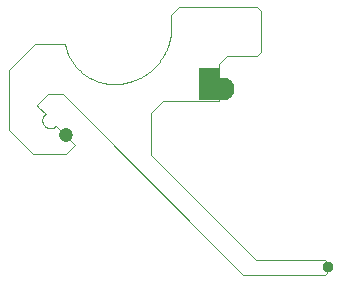
<source format=gbl>
G75*
%MOIN*%
%OFA0B0*%
%FSLAX25Y25*%
%IPPOS*%
%LPD*%
%AMOC8*
5,1,8,0,0,1.08239X$1,22.5*
%
%ADD10C,0.00394*%
%ADD11R,0.06800X0.10971*%
%ADD12C,0.04750*%
%ADD13C,0.03765*%
%ADD14C,0.07677*%
D10*
X0048730Y0042373D02*
X0048730Y0056535D01*
X0052719Y0060524D01*
X0071330Y0060524D01*
X0071330Y0072894D01*
X0073849Y0075413D01*
X0084033Y0075413D01*
X0085434Y0076814D01*
X0085434Y0090366D01*
X0083924Y0091875D01*
X0058038Y0091875D01*
X0055413Y0089250D01*
X0055413Y0085245D01*
X0055412Y0085245D02*
X0055406Y0084782D01*
X0055390Y0084320D01*
X0055362Y0083858D01*
X0055323Y0083397D01*
X0055272Y0082937D01*
X0055211Y0082478D01*
X0055139Y0082021D01*
X0055055Y0081566D01*
X0054961Y0081113D01*
X0054856Y0080662D01*
X0054739Y0080214D01*
X0054612Y0079769D01*
X0054475Y0079328D01*
X0054326Y0078889D01*
X0054168Y0078455D01*
X0053998Y0078024D01*
X0053819Y0077598D01*
X0053629Y0077176D01*
X0053429Y0076758D01*
X0053219Y0076346D01*
X0052999Y0075939D01*
X0052769Y0075537D01*
X0052529Y0075141D01*
X0052281Y0074751D01*
X0052022Y0074367D01*
X0051755Y0073990D01*
X0051478Y0073618D01*
X0051193Y0073254D01*
X0050899Y0072897D01*
X0050596Y0072547D01*
X0050285Y0072204D01*
X0049966Y0071869D01*
X0049639Y0071542D01*
X0049304Y0071223D01*
X0048961Y0070912D01*
X0048611Y0070609D01*
X0048254Y0070315D01*
X0047890Y0070030D01*
X0047518Y0069753D01*
X0047141Y0069486D01*
X0046757Y0069227D01*
X0046367Y0068979D01*
X0045971Y0068739D01*
X0045569Y0068509D01*
X0045162Y0068289D01*
X0044750Y0068079D01*
X0044332Y0067879D01*
X0043910Y0067689D01*
X0043484Y0067510D01*
X0043053Y0067340D01*
X0042619Y0067182D01*
X0042180Y0067033D01*
X0041739Y0066896D01*
X0041294Y0066769D01*
X0040846Y0066652D01*
X0040395Y0066547D01*
X0039942Y0066453D01*
X0039487Y0066369D01*
X0039030Y0066297D01*
X0038571Y0066236D01*
X0038111Y0066185D01*
X0037650Y0066146D01*
X0037188Y0066118D01*
X0036726Y0066102D01*
X0036263Y0066096D01*
X0019274Y0062773D02*
X0079357Y0002592D01*
X0106754Y0002592D01*
X0107296Y0003134D01*
X0107296Y0006955D01*
X0106627Y0007624D01*
X0083458Y0007624D01*
X0048730Y0042373D01*
X0023396Y0045941D02*
X0017015Y0052281D01*
X0017014Y0052281D02*
X0016947Y0052207D01*
X0016877Y0052135D01*
X0016805Y0052066D01*
X0016730Y0052000D01*
X0016652Y0051937D01*
X0016572Y0051877D01*
X0016489Y0051820D01*
X0016405Y0051766D01*
X0016319Y0051716D01*
X0016230Y0051668D01*
X0016140Y0051625D01*
X0016049Y0051584D01*
X0015956Y0051548D01*
X0015861Y0051514D01*
X0015766Y0051485D01*
X0015669Y0051459D01*
X0015571Y0051437D01*
X0015473Y0051419D01*
X0015374Y0051404D01*
X0015274Y0051393D01*
X0015174Y0051386D01*
X0015074Y0051383D01*
X0014974Y0051384D01*
X0014874Y0051388D01*
X0014774Y0051397D01*
X0014675Y0051409D01*
X0014576Y0051425D01*
X0014478Y0051445D01*
X0014381Y0051468D01*
X0014284Y0051496D01*
X0014189Y0051526D01*
X0014095Y0051561D01*
X0014003Y0051599D01*
X0013912Y0051641D01*
X0013822Y0051686D01*
X0013735Y0051734D01*
X0013649Y0051786D01*
X0013565Y0051841D01*
X0013484Y0051899D01*
X0013405Y0051960D01*
X0013328Y0052025D01*
X0012921Y0052445D01*
X0012814Y0052597D01*
X0012760Y0052680D01*
X0012708Y0052766D01*
X0012661Y0052853D01*
X0012616Y0052943D01*
X0012576Y0053034D01*
X0012539Y0053126D01*
X0012505Y0053220D01*
X0012475Y0053315D01*
X0012449Y0053411D01*
X0012427Y0053508D01*
X0012409Y0053606D01*
X0012394Y0053705D01*
X0012384Y0053804D01*
X0012377Y0053903D01*
X0012374Y0054003D01*
X0012375Y0054102D01*
X0012380Y0054202D01*
X0012389Y0054301D01*
X0012402Y0054400D01*
X0012418Y0054498D01*
X0012439Y0054595D01*
X0012463Y0054692D01*
X0012491Y0054788D01*
X0012523Y0054882D01*
X0012559Y0054975D01*
X0012598Y0055067D01*
X0012640Y0055157D01*
X0012687Y0055245D01*
X0012736Y0055331D01*
X0012789Y0055416D01*
X0012845Y0055498D01*
X0012905Y0055578D01*
X0012967Y0055656D01*
X0013033Y0055731D01*
X0013101Y0055803D01*
X0013173Y0055873D01*
X0013246Y0055940D01*
X0013323Y0056003D01*
X0013402Y0056064D01*
X0013483Y0056122D01*
X0011094Y0058554D01*
X0010519Y0059126D01*
X0014164Y0062772D01*
X0016167Y0062773D01*
X0019274Y0062773D01*
X0009859Y0079419D02*
X0001197Y0070757D01*
X0001197Y0050878D01*
X0009133Y0042942D01*
X0020397Y0042942D01*
X0021855Y0044401D01*
X0023396Y0045941D01*
X0019979Y0079419D02*
X0009859Y0079419D01*
X0019979Y0079420D02*
X0020064Y0079022D01*
X0020159Y0078626D01*
X0020264Y0078233D01*
X0020379Y0077843D01*
X0020503Y0077455D01*
X0020636Y0077071D01*
X0020779Y0076690D01*
X0020931Y0076313D01*
X0021092Y0075939D01*
X0021262Y0075570D01*
X0021442Y0075204D01*
X0021630Y0074844D01*
X0021827Y0074488D01*
X0022033Y0074137D01*
X0022247Y0073791D01*
X0022469Y0073450D01*
X0022700Y0073115D01*
X0022939Y0072786D01*
X0023186Y0072463D01*
X0023441Y0072145D01*
X0023704Y0071835D01*
X0023974Y0071530D01*
X0024251Y0071233D01*
X0024536Y0070942D01*
X0024827Y0070658D01*
X0025126Y0070382D01*
X0025431Y0070113D01*
X0025743Y0069851D01*
X0026061Y0069598D01*
X0026385Y0069352D01*
X0026715Y0069114D01*
X0027051Y0068884D01*
X0027392Y0068663D01*
X0027739Y0068450D01*
X0028091Y0068245D01*
X0028447Y0068049D01*
X0028809Y0067862D01*
X0029174Y0067684D01*
X0029544Y0067515D01*
X0029918Y0067355D01*
X0030296Y0067204D01*
X0030678Y0067063D01*
X0031063Y0066931D01*
X0031451Y0066808D01*
X0031841Y0066695D01*
X0032235Y0066592D01*
X0032631Y0066498D01*
X0033029Y0066414D01*
X0033429Y0066340D01*
X0033831Y0066275D01*
X0034234Y0066220D01*
X0034638Y0066176D01*
X0035044Y0066141D01*
X0035450Y0066116D01*
X0035856Y0066101D01*
X0036263Y0066096D01*
D11*
X0067804Y0066170D03*
D12*
X0020356Y0049204D03*
D13*
X0107776Y0005050D03*
D14*
X0072549Y0064585D03*
M02*

</source>
